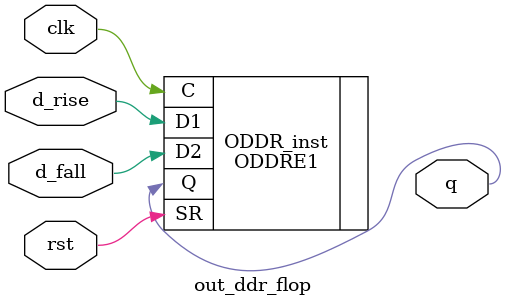
<source format=v>

`timescale 1ns/1ps


module out_ddr_flop (
  input            clk,          // Destination clock
  input            rst,          // Reset - synchronous to destination clock
  input            d_rise,       // Data for the rising edge of clock
  input            d_fall,       // Data for the falling edge of clock
  output           q             // Double data rate output
);


//***************************************************************************
// Register declarations
//***************************************************************************

//***************************************************************************
// Code
//***************************************************************************

   // ODDRE1: Dedicated Dual Data Rate (DDR) Output Register
   //         Kintex UltraScale
   // Xilinx HDL Language Template, version 2013.4

   ODDRE1 #(
      .SRVAL(0)  // Initializes the ODDRE1 Flip-Flops to the specified value 
   )
   ODDR_inst (
      .Q(q),       // 1-bit output: Data output to IOB
      .C(clk),     // 1-bit input: High-speed clock input
      .D1(d_rise), // 1-bit input: Parallel data input 1
      .D2(d_fall), // 1-bit input: Parallel data input 2
      .SR(rst)     // 1-bit input: Active High Reset
   );

   // End of ODDRE1_inst instantiation

endmodule


//<copyright-disclaimer-start>
//<copyright-disclaimer-start>
//  **************************************************************************************************************
//  * © 2023 Advanced Micro Devices, Inc. All rights reserved.                                                   *
//  * DISCLAIMER                                                                                                 *
//  * The information contained herein is for informational purposes only, and is subject to change              *
//  * without notice. While every precaution has been taken in the preparation of this document, it              *
//  * may contain technical inaccuracies, omissions and typographical errors, and AMD is under no                *
//  * obligation to update or otherwise correct this information.  Advanced Micro Devices, Inc. makes            *
//  * no representations or warranties with respect to the accuracy or completeness of the contents of           *
//  * this document, and assumes no liability of any kind, including the implied warranties of noninfringement,  *
//  * merchantability or fitness for particular purposes, with respect to the operation or use of AMD            *
//  * hardware, software or other products described herein.  No license, including implied or                   *
//  * arising by estoppel, to any intellectual property rights is granted by this document.  Terms and           *
//  * limitations applicable to the purchase or use of AMD’s products are as set forth in a signed agreement     *
//  * between the parties or in AMD's Standard Terms and Conditions of Sale. GD-18                               *
//  *                                                                                                            *
//  **************************************************************************************************************
//<copyright-disclaimer-end>
//<copyright-disclaimer-end>

</source>
